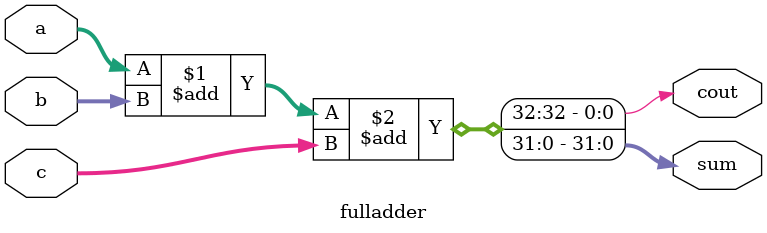
<source format=sv>
module fulladder #(parameter N = 32)(input[N-1:0] a, b, c, output[N-1:0] sum, output cout);

assign {cout, sum} = a + b + c;

endmodule

</source>
